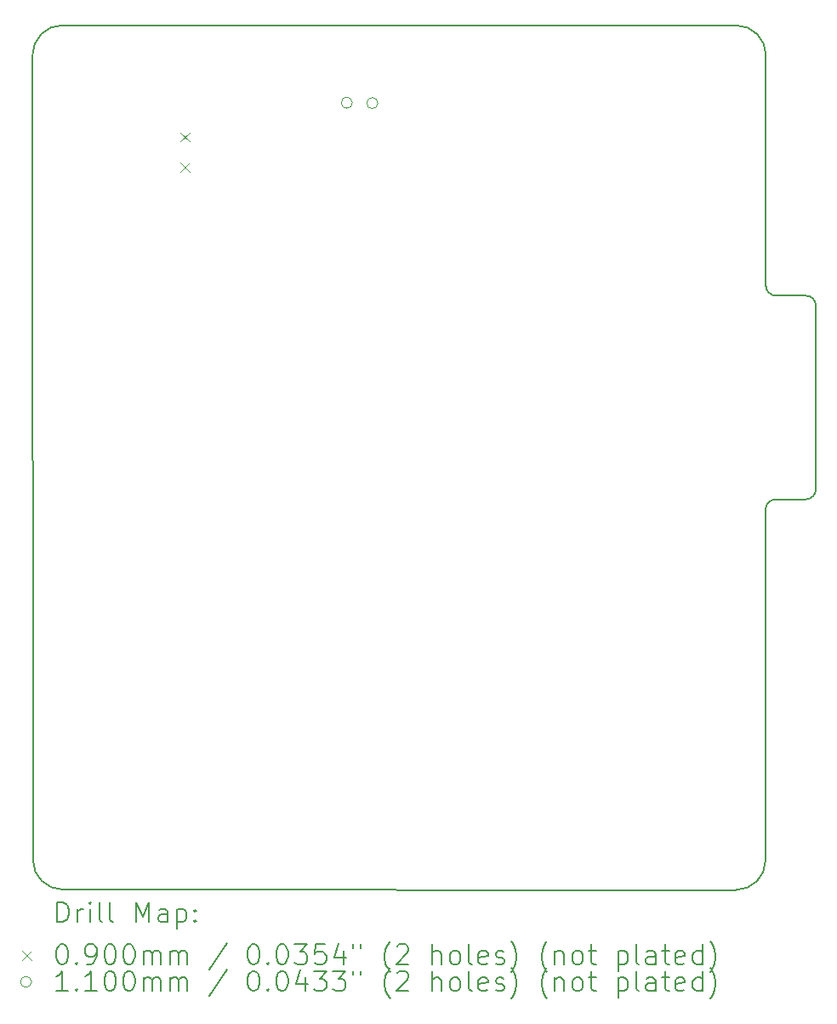
<source format=gbr>
%TF.GenerationSoftware,KiCad,Pcbnew,(6.0.7)*%
%TF.CreationDate,2022-07-29T08:46:01-07:00*%
%TF.ProjectId,SJ-201-R10,534a2d32-3031-42d5-9231-302e6b696361,rev?*%
%TF.SameCoordinates,Original*%
%TF.FileFunction,Drillmap*%
%TF.FilePolarity,Positive*%
%FSLAX45Y45*%
G04 Gerber Fmt 4.5, Leading zero omitted, Abs format (unit mm)*
G04 Created by KiCad (PCBNEW (6.0.7)) date 2022-07-29 08:46:01*
%MOMM*%
%LPD*%
G01*
G04 APERTURE LIST*
%ADD10C,0.200000*%
%ADD11C,0.090000*%
%ADD12C,0.110000*%
G04 APERTURE END LIST*
D10*
X7104683Y37529D02*
X396000Y37529D01*
X102224Y-259262D02*
X105800Y-8266000D01*
X396000Y37529D02*
G75*
G03*
X102224Y-259262I1507J-295283D01*
G01*
X7402299Y-263095D02*
G75*
G03*
X7104683Y37529I-299119J1505D01*
G01*
X105800Y-8266000D02*
G75*
G03*
X403191Y-8559176I295283J2107D01*
G01*
X7398459Y-8268695D02*
X7398000Y-4778000D01*
X403191Y-8559176D02*
X7102292Y-8563095D01*
X7102292Y-8563089D02*
G75*
G03*
X7398459Y-8268695I888J295279D01*
G01*
X7402290Y-2552000D02*
G75*
G03*
X7502292Y-2652000I100000J0D01*
G01*
X7899000Y-2746720D02*
X7899000Y-4578000D01*
X7798459Y-4678000D02*
G75*
G03*
X7899000Y-4578000I271J100270D01*
G01*
X7498000Y-4678000D02*
G75*
G03*
X7398000Y-4778000I0J-100000D01*
G01*
X7899000Y-2746720D02*
G75*
G03*
X7798459Y-2652000I-97630J-2910D01*
G01*
X7798459Y-2652000D02*
X7502292Y-2652000D01*
X7798459Y-4678000D02*
X7498000Y-4678000D01*
X7402292Y-2552000D02*
X7402292Y-263095D01*
D11*
X1577320Y-1029280D02*
X1667320Y-1119280D01*
X1667320Y-1029280D02*
X1577320Y-1119280D01*
X1577320Y-1329280D02*
X1667320Y-1419280D01*
X1667320Y-1329280D02*
X1577320Y-1419280D01*
D12*
X3285000Y-732900D02*
G75*
G03*
X3285000Y-732900I-55000J0D01*
G01*
X3539000Y-736600D02*
G75*
G03*
X3539000Y-736600I-55000J0D01*
G01*
D10*
X349839Y-8883571D02*
X349839Y-8683571D01*
X397458Y-8683571D01*
X426030Y-8693095D01*
X445077Y-8712143D01*
X454601Y-8731190D01*
X464125Y-8769286D01*
X464125Y-8797857D01*
X454601Y-8835952D01*
X445077Y-8855000D01*
X426030Y-8874048D01*
X397458Y-8883571D01*
X349839Y-8883571D01*
X549839Y-8883571D02*
X549839Y-8750238D01*
X549839Y-8788333D02*
X559363Y-8769286D01*
X568887Y-8759762D01*
X587934Y-8750238D01*
X606982Y-8750238D01*
X673649Y-8883571D02*
X673649Y-8750238D01*
X673649Y-8683571D02*
X664125Y-8693095D01*
X673649Y-8702619D01*
X683173Y-8693095D01*
X673649Y-8683571D01*
X673649Y-8702619D01*
X797458Y-8883571D02*
X778411Y-8874048D01*
X768887Y-8855000D01*
X768887Y-8683571D01*
X902220Y-8883571D02*
X883172Y-8874048D01*
X873649Y-8855000D01*
X873649Y-8683571D01*
X1130792Y-8883571D02*
X1130792Y-8683571D01*
X1197458Y-8826429D01*
X1264125Y-8683571D01*
X1264125Y-8883571D01*
X1445077Y-8883571D02*
X1445077Y-8778809D01*
X1435553Y-8759762D01*
X1416506Y-8750238D01*
X1378411Y-8750238D01*
X1359363Y-8759762D01*
X1445077Y-8874048D02*
X1426030Y-8883571D01*
X1378411Y-8883571D01*
X1359363Y-8874048D01*
X1349839Y-8855000D01*
X1349839Y-8835952D01*
X1359363Y-8816905D01*
X1378411Y-8807381D01*
X1426030Y-8807381D01*
X1445077Y-8797857D01*
X1540315Y-8750238D02*
X1540315Y-8950238D01*
X1540315Y-8759762D02*
X1559363Y-8750238D01*
X1597458Y-8750238D01*
X1616506Y-8759762D01*
X1626030Y-8769286D01*
X1635553Y-8788333D01*
X1635553Y-8845476D01*
X1626030Y-8864524D01*
X1616506Y-8874048D01*
X1597458Y-8883571D01*
X1559363Y-8883571D01*
X1540315Y-8874048D01*
X1721268Y-8864524D02*
X1730792Y-8874048D01*
X1721268Y-8883571D01*
X1711744Y-8874048D01*
X1721268Y-8864524D01*
X1721268Y-8883571D01*
X1721268Y-8759762D02*
X1730792Y-8769286D01*
X1721268Y-8778809D01*
X1711744Y-8769286D01*
X1721268Y-8759762D01*
X1721268Y-8778809D01*
D11*
X2220Y-9168095D02*
X92220Y-9258095D01*
X92220Y-9168095D02*
X2220Y-9258095D01*
D10*
X387934Y-9103571D02*
X406982Y-9103571D01*
X426030Y-9113095D01*
X435553Y-9122619D01*
X445077Y-9141667D01*
X454601Y-9179762D01*
X454601Y-9227381D01*
X445077Y-9265476D01*
X435553Y-9284524D01*
X426030Y-9294048D01*
X406982Y-9303571D01*
X387934Y-9303571D01*
X368887Y-9294048D01*
X359363Y-9284524D01*
X349839Y-9265476D01*
X340315Y-9227381D01*
X340315Y-9179762D01*
X349839Y-9141667D01*
X359363Y-9122619D01*
X368887Y-9113095D01*
X387934Y-9103571D01*
X540315Y-9284524D02*
X549839Y-9294048D01*
X540315Y-9303571D01*
X530792Y-9294048D01*
X540315Y-9284524D01*
X540315Y-9303571D01*
X645077Y-9303571D02*
X683173Y-9303571D01*
X702220Y-9294048D01*
X711744Y-9284524D01*
X730792Y-9255952D01*
X740315Y-9217857D01*
X740315Y-9141667D01*
X730792Y-9122619D01*
X721268Y-9113095D01*
X702220Y-9103571D01*
X664125Y-9103571D01*
X645077Y-9113095D01*
X635554Y-9122619D01*
X626030Y-9141667D01*
X626030Y-9189286D01*
X635554Y-9208333D01*
X645077Y-9217857D01*
X664125Y-9227381D01*
X702220Y-9227381D01*
X721268Y-9217857D01*
X730792Y-9208333D01*
X740315Y-9189286D01*
X864125Y-9103571D02*
X883172Y-9103571D01*
X902220Y-9113095D01*
X911744Y-9122619D01*
X921268Y-9141667D01*
X930792Y-9179762D01*
X930792Y-9227381D01*
X921268Y-9265476D01*
X911744Y-9284524D01*
X902220Y-9294048D01*
X883172Y-9303571D01*
X864125Y-9303571D01*
X845077Y-9294048D01*
X835553Y-9284524D01*
X826030Y-9265476D01*
X816506Y-9227381D01*
X816506Y-9179762D01*
X826030Y-9141667D01*
X835553Y-9122619D01*
X845077Y-9113095D01*
X864125Y-9103571D01*
X1054601Y-9103571D02*
X1073649Y-9103571D01*
X1092696Y-9113095D01*
X1102220Y-9122619D01*
X1111744Y-9141667D01*
X1121268Y-9179762D01*
X1121268Y-9227381D01*
X1111744Y-9265476D01*
X1102220Y-9284524D01*
X1092696Y-9294048D01*
X1073649Y-9303571D01*
X1054601Y-9303571D01*
X1035553Y-9294048D01*
X1026030Y-9284524D01*
X1016506Y-9265476D01*
X1006982Y-9227381D01*
X1006982Y-9179762D01*
X1016506Y-9141667D01*
X1026030Y-9122619D01*
X1035553Y-9113095D01*
X1054601Y-9103571D01*
X1206982Y-9303571D02*
X1206982Y-9170238D01*
X1206982Y-9189286D02*
X1216506Y-9179762D01*
X1235554Y-9170238D01*
X1264125Y-9170238D01*
X1283173Y-9179762D01*
X1292696Y-9198809D01*
X1292696Y-9303571D01*
X1292696Y-9198809D02*
X1302220Y-9179762D01*
X1321268Y-9170238D01*
X1349839Y-9170238D01*
X1368887Y-9179762D01*
X1378411Y-9198809D01*
X1378411Y-9303571D01*
X1473649Y-9303571D02*
X1473649Y-9170238D01*
X1473649Y-9189286D02*
X1483172Y-9179762D01*
X1502220Y-9170238D01*
X1530792Y-9170238D01*
X1549839Y-9179762D01*
X1559363Y-9198809D01*
X1559363Y-9303571D01*
X1559363Y-9198809D02*
X1568887Y-9179762D01*
X1587934Y-9170238D01*
X1616506Y-9170238D01*
X1635553Y-9179762D01*
X1645077Y-9198809D01*
X1645077Y-9303571D01*
X2035553Y-9094048D02*
X1864125Y-9351190D01*
X2292696Y-9103571D02*
X2311744Y-9103571D01*
X2330792Y-9113095D01*
X2340315Y-9122619D01*
X2349839Y-9141667D01*
X2359363Y-9179762D01*
X2359363Y-9227381D01*
X2349839Y-9265476D01*
X2340315Y-9284524D01*
X2330792Y-9294048D01*
X2311744Y-9303571D01*
X2292696Y-9303571D01*
X2273649Y-9294048D01*
X2264125Y-9284524D01*
X2254601Y-9265476D01*
X2245077Y-9227381D01*
X2245077Y-9179762D01*
X2254601Y-9141667D01*
X2264125Y-9122619D01*
X2273649Y-9113095D01*
X2292696Y-9103571D01*
X2445077Y-9284524D02*
X2454601Y-9294048D01*
X2445077Y-9303571D01*
X2435554Y-9294048D01*
X2445077Y-9284524D01*
X2445077Y-9303571D01*
X2578411Y-9103571D02*
X2597458Y-9103571D01*
X2616506Y-9113095D01*
X2626030Y-9122619D01*
X2635554Y-9141667D01*
X2645077Y-9179762D01*
X2645077Y-9227381D01*
X2635554Y-9265476D01*
X2626030Y-9284524D01*
X2616506Y-9294048D01*
X2597458Y-9303571D01*
X2578411Y-9303571D01*
X2559363Y-9294048D01*
X2549839Y-9284524D01*
X2540315Y-9265476D01*
X2530792Y-9227381D01*
X2530792Y-9179762D01*
X2540315Y-9141667D01*
X2549839Y-9122619D01*
X2559363Y-9113095D01*
X2578411Y-9103571D01*
X2711744Y-9103571D02*
X2835553Y-9103571D01*
X2768887Y-9179762D01*
X2797458Y-9179762D01*
X2816506Y-9189286D01*
X2826030Y-9198809D01*
X2835553Y-9217857D01*
X2835553Y-9265476D01*
X2826030Y-9284524D01*
X2816506Y-9294048D01*
X2797458Y-9303571D01*
X2740315Y-9303571D01*
X2721268Y-9294048D01*
X2711744Y-9284524D01*
X3016506Y-9103571D02*
X2921268Y-9103571D01*
X2911744Y-9198809D01*
X2921268Y-9189286D01*
X2940315Y-9179762D01*
X2987934Y-9179762D01*
X3006982Y-9189286D01*
X3016506Y-9198809D01*
X3026030Y-9217857D01*
X3026030Y-9265476D01*
X3016506Y-9284524D01*
X3006982Y-9294048D01*
X2987934Y-9303571D01*
X2940315Y-9303571D01*
X2921268Y-9294048D01*
X2911744Y-9284524D01*
X3197458Y-9170238D02*
X3197458Y-9303571D01*
X3149839Y-9094048D02*
X3102220Y-9236905D01*
X3226030Y-9236905D01*
X3292696Y-9103571D02*
X3292696Y-9141667D01*
X3368887Y-9103571D02*
X3368887Y-9141667D01*
X3664125Y-9379762D02*
X3654601Y-9370238D01*
X3635553Y-9341667D01*
X3626030Y-9322619D01*
X3616506Y-9294048D01*
X3606982Y-9246429D01*
X3606982Y-9208333D01*
X3616506Y-9160714D01*
X3626030Y-9132143D01*
X3635553Y-9113095D01*
X3654601Y-9084524D01*
X3664125Y-9075000D01*
X3730792Y-9122619D02*
X3740315Y-9113095D01*
X3759363Y-9103571D01*
X3806982Y-9103571D01*
X3826030Y-9113095D01*
X3835553Y-9122619D01*
X3845077Y-9141667D01*
X3845077Y-9160714D01*
X3835553Y-9189286D01*
X3721268Y-9303571D01*
X3845077Y-9303571D01*
X4083172Y-9303571D02*
X4083172Y-9103571D01*
X4168887Y-9303571D02*
X4168887Y-9198809D01*
X4159363Y-9179762D01*
X4140315Y-9170238D01*
X4111744Y-9170238D01*
X4092696Y-9179762D01*
X4083172Y-9189286D01*
X4292696Y-9303571D02*
X4273649Y-9294048D01*
X4264125Y-9284524D01*
X4254601Y-9265476D01*
X4254601Y-9208333D01*
X4264125Y-9189286D01*
X4273649Y-9179762D01*
X4292696Y-9170238D01*
X4321268Y-9170238D01*
X4340315Y-9179762D01*
X4349839Y-9189286D01*
X4359363Y-9208333D01*
X4359363Y-9265476D01*
X4349839Y-9284524D01*
X4340315Y-9294048D01*
X4321268Y-9303571D01*
X4292696Y-9303571D01*
X4473649Y-9303571D02*
X4454601Y-9294048D01*
X4445077Y-9275000D01*
X4445077Y-9103571D01*
X4626030Y-9294048D02*
X4606982Y-9303571D01*
X4568887Y-9303571D01*
X4549839Y-9294048D01*
X4540315Y-9275000D01*
X4540315Y-9198809D01*
X4549839Y-9179762D01*
X4568887Y-9170238D01*
X4606982Y-9170238D01*
X4626030Y-9179762D01*
X4635554Y-9198809D01*
X4635554Y-9217857D01*
X4540315Y-9236905D01*
X4711744Y-9294048D02*
X4730792Y-9303571D01*
X4768887Y-9303571D01*
X4787934Y-9294048D01*
X4797458Y-9275000D01*
X4797458Y-9265476D01*
X4787934Y-9246429D01*
X4768887Y-9236905D01*
X4740315Y-9236905D01*
X4721268Y-9227381D01*
X4711744Y-9208333D01*
X4711744Y-9198809D01*
X4721268Y-9179762D01*
X4740315Y-9170238D01*
X4768887Y-9170238D01*
X4787934Y-9179762D01*
X4864125Y-9379762D02*
X4873649Y-9370238D01*
X4892696Y-9341667D01*
X4902220Y-9322619D01*
X4911744Y-9294048D01*
X4921268Y-9246429D01*
X4921268Y-9208333D01*
X4911744Y-9160714D01*
X4902220Y-9132143D01*
X4892696Y-9113095D01*
X4873649Y-9084524D01*
X4864125Y-9075000D01*
X5226030Y-9379762D02*
X5216506Y-9370238D01*
X5197458Y-9341667D01*
X5187934Y-9322619D01*
X5178411Y-9294048D01*
X5168887Y-9246429D01*
X5168887Y-9208333D01*
X5178411Y-9160714D01*
X5187934Y-9132143D01*
X5197458Y-9113095D01*
X5216506Y-9084524D01*
X5226030Y-9075000D01*
X5302220Y-9170238D02*
X5302220Y-9303571D01*
X5302220Y-9189286D02*
X5311744Y-9179762D01*
X5330792Y-9170238D01*
X5359363Y-9170238D01*
X5378411Y-9179762D01*
X5387934Y-9198809D01*
X5387934Y-9303571D01*
X5511744Y-9303571D02*
X5492696Y-9294048D01*
X5483173Y-9284524D01*
X5473649Y-9265476D01*
X5473649Y-9208333D01*
X5483173Y-9189286D01*
X5492696Y-9179762D01*
X5511744Y-9170238D01*
X5540315Y-9170238D01*
X5559363Y-9179762D01*
X5568887Y-9189286D01*
X5578411Y-9208333D01*
X5578411Y-9265476D01*
X5568887Y-9284524D01*
X5559363Y-9294048D01*
X5540315Y-9303571D01*
X5511744Y-9303571D01*
X5635553Y-9170238D02*
X5711744Y-9170238D01*
X5664125Y-9103571D02*
X5664125Y-9275000D01*
X5673649Y-9294048D01*
X5692696Y-9303571D01*
X5711744Y-9303571D01*
X5930792Y-9170238D02*
X5930792Y-9370238D01*
X5930792Y-9179762D02*
X5949839Y-9170238D01*
X5987934Y-9170238D01*
X6006982Y-9179762D01*
X6016506Y-9189286D01*
X6026030Y-9208333D01*
X6026030Y-9265476D01*
X6016506Y-9284524D01*
X6006982Y-9294048D01*
X5987934Y-9303571D01*
X5949839Y-9303571D01*
X5930792Y-9294048D01*
X6140315Y-9303571D02*
X6121268Y-9294048D01*
X6111744Y-9275000D01*
X6111744Y-9103571D01*
X6302220Y-9303571D02*
X6302220Y-9198809D01*
X6292696Y-9179762D01*
X6273649Y-9170238D01*
X6235553Y-9170238D01*
X6216506Y-9179762D01*
X6302220Y-9294048D02*
X6283172Y-9303571D01*
X6235553Y-9303571D01*
X6216506Y-9294048D01*
X6206982Y-9275000D01*
X6206982Y-9255952D01*
X6216506Y-9236905D01*
X6235553Y-9227381D01*
X6283172Y-9227381D01*
X6302220Y-9217857D01*
X6368887Y-9170238D02*
X6445077Y-9170238D01*
X6397458Y-9103571D02*
X6397458Y-9275000D01*
X6406982Y-9294048D01*
X6426030Y-9303571D01*
X6445077Y-9303571D01*
X6587934Y-9294048D02*
X6568887Y-9303571D01*
X6530792Y-9303571D01*
X6511744Y-9294048D01*
X6502220Y-9275000D01*
X6502220Y-9198809D01*
X6511744Y-9179762D01*
X6530792Y-9170238D01*
X6568887Y-9170238D01*
X6587934Y-9179762D01*
X6597458Y-9198809D01*
X6597458Y-9217857D01*
X6502220Y-9236905D01*
X6768887Y-9303571D02*
X6768887Y-9103571D01*
X6768887Y-9294048D02*
X6749839Y-9303571D01*
X6711744Y-9303571D01*
X6692696Y-9294048D01*
X6683172Y-9284524D01*
X6673649Y-9265476D01*
X6673649Y-9208333D01*
X6683172Y-9189286D01*
X6692696Y-9179762D01*
X6711744Y-9170238D01*
X6749839Y-9170238D01*
X6768887Y-9179762D01*
X6845077Y-9379762D02*
X6854601Y-9370238D01*
X6873649Y-9341667D01*
X6883172Y-9322619D01*
X6892696Y-9294048D01*
X6902220Y-9246429D01*
X6902220Y-9208333D01*
X6892696Y-9160714D01*
X6883172Y-9132143D01*
X6873649Y-9113095D01*
X6854601Y-9084524D01*
X6845077Y-9075000D01*
D12*
X92220Y-9477095D02*
G75*
G03*
X92220Y-9477095I-55000J0D01*
G01*
D10*
X454601Y-9567571D02*
X340315Y-9567571D01*
X397458Y-9567571D02*
X397458Y-9367571D01*
X378411Y-9396143D01*
X359363Y-9415190D01*
X340315Y-9424714D01*
X540315Y-9548524D02*
X549839Y-9558048D01*
X540315Y-9567571D01*
X530792Y-9558048D01*
X540315Y-9548524D01*
X540315Y-9567571D01*
X740315Y-9567571D02*
X626030Y-9567571D01*
X683173Y-9567571D02*
X683173Y-9367571D01*
X664125Y-9396143D01*
X645077Y-9415190D01*
X626030Y-9424714D01*
X864125Y-9367571D02*
X883172Y-9367571D01*
X902220Y-9377095D01*
X911744Y-9386619D01*
X921268Y-9405667D01*
X930792Y-9443762D01*
X930792Y-9491381D01*
X921268Y-9529476D01*
X911744Y-9548524D01*
X902220Y-9558048D01*
X883172Y-9567571D01*
X864125Y-9567571D01*
X845077Y-9558048D01*
X835553Y-9548524D01*
X826030Y-9529476D01*
X816506Y-9491381D01*
X816506Y-9443762D01*
X826030Y-9405667D01*
X835553Y-9386619D01*
X845077Y-9377095D01*
X864125Y-9367571D01*
X1054601Y-9367571D02*
X1073649Y-9367571D01*
X1092696Y-9377095D01*
X1102220Y-9386619D01*
X1111744Y-9405667D01*
X1121268Y-9443762D01*
X1121268Y-9491381D01*
X1111744Y-9529476D01*
X1102220Y-9548524D01*
X1092696Y-9558048D01*
X1073649Y-9567571D01*
X1054601Y-9567571D01*
X1035553Y-9558048D01*
X1026030Y-9548524D01*
X1016506Y-9529476D01*
X1006982Y-9491381D01*
X1006982Y-9443762D01*
X1016506Y-9405667D01*
X1026030Y-9386619D01*
X1035553Y-9377095D01*
X1054601Y-9367571D01*
X1206982Y-9567571D02*
X1206982Y-9434238D01*
X1206982Y-9453286D02*
X1216506Y-9443762D01*
X1235554Y-9434238D01*
X1264125Y-9434238D01*
X1283173Y-9443762D01*
X1292696Y-9462809D01*
X1292696Y-9567571D01*
X1292696Y-9462809D02*
X1302220Y-9443762D01*
X1321268Y-9434238D01*
X1349839Y-9434238D01*
X1368887Y-9443762D01*
X1378411Y-9462809D01*
X1378411Y-9567571D01*
X1473649Y-9567571D02*
X1473649Y-9434238D01*
X1473649Y-9453286D02*
X1483172Y-9443762D01*
X1502220Y-9434238D01*
X1530792Y-9434238D01*
X1549839Y-9443762D01*
X1559363Y-9462809D01*
X1559363Y-9567571D01*
X1559363Y-9462809D02*
X1568887Y-9443762D01*
X1587934Y-9434238D01*
X1616506Y-9434238D01*
X1635553Y-9443762D01*
X1645077Y-9462809D01*
X1645077Y-9567571D01*
X2035553Y-9358048D02*
X1864125Y-9615190D01*
X2292696Y-9367571D02*
X2311744Y-9367571D01*
X2330792Y-9377095D01*
X2340315Y-9386619D01*
X2349839Y-9405667D01*
X2359363Y-9443762D01*
X2359363Y-9491381D01*
X2349839Y-9529476D01*
X2340315Y-9548524D01*
X2330792Y-9558048D01*
X2311744Y-9567571D01*
X2292696Y-9567571D01*
X2273649Y-9558048D01*
X2264125Y-9548524D01*
X2254601Y-9529476D01*
X2245077Y-9491381D01*
X2245077Y-9443762D01*
X2254601Y-9405667D01*
X2264125Y-9386619D01*
X2273649Y-9377095D01*
X2292696Y-9367571D01*
X2445077Y-9548524D02*
X2454601Y-9558048D01*
X2445077Y-9567571D01*
X2435554Y-9558048D01*
X2445077Y-9548524D01*
X2445077Y-9567571D01*
X2578411Y-9367571D02*
X2597458Y-9367571D01*
X2616506Y-9377095D01*
X2626030Y-9386619D01*
X2635554Y-9405667D01*
X2645077Y-9443762D01*
X2645077Y-9491381D01*
X2635554Y-9529476D01*
X2626030Y-9548524D01*
X2616506Y-9558048D01*
X2597458Y-9567571D01*
X2578411Y-9567571D01*
X2559363Y-9558048D01*
X2549839Y-9548524D01*
X2540315Y-9529476D01*
X2530792Y-9491381D01*
X2530792Y-9443762D01*
X2540315Y-9405667D01*
X2549839Y-9386619D01*
X2559363Y-9377095D01*
X2578411Y-9367571D01*
X2816506Y-9434238D02*
X2816506Y-9567571D01*
X2768887Y-9358048D02*
X2721268Y-9500905D01*
X2845077Y-9500905D01*
X2902220Y-9367571D02*
X3026030Y-9367571D01*
X2959363Y-9443762D01*
X2987934Y-9443762D01*
X3006982Y-9453286D01*
X3016506Y-9462809D01*
X3026030Y-9481857D01*
X3026030Y-9529476D01*
X3016506Y-9548524D01*
X3006982Y-9558048D01*
X2987934Y-9567571D01*
X2930792Y-9567571D01*
X2911744Y-9558048D01*
X2902220Y-9548524D01*
X3092696Y-9367571D02*
X3216506Y-9367571D01*
X3149839Y-9443762D01*
X3178411Y-9443762D01*
X3197458Y-9453286D01*
X3206982Y-9462809D01*
X3216506Y-9481857D01*
X3216506Y-9529476D01*
X3206982Y-9548524D01*
X3197458Y-9558048D01*
X3178411Y-9567571D01*
X3121268Y-9567571D01*
X3102220Y-9558048D01*
X3092696Y-9548524D01*
X3292696Y-9367571D02*
X3292696Y-9405667D01*
X3368887Y-9367571D02*
X3368887Y-9405667D01*
X3664125Y-9643762D02*
X3654601Y-9634238D01*
X3635553Y-9605667D01*
X3626030Y-9586619D01*
X3616506Y-9558048D01*
X3606982Y-9510429D01*
X3606982Y-9472333D01*
X3616506Y-9424714D01*
X3626030Y-9396143D01*
X3635553Y-9377095D01*
X3654601Y-9348524D01*
X3664125Y-9339000D01*
X3730792Y-9386619D02*
X3740315Y-9377095D01*
X3759363Y-9367571D01*
X3806982Y-9367571D01*
X3826030Y-9377095D01*
X3835553Y-9386619D01*
X3845077Y-9405667D01*
X3845077Y-9424714D01*
X3835553Y-9453286D01*
X3721268Y-9567571D01*
X3845077Y-9567571D01*
X4083172Y-9567571D02*
X4083172Y-9367571D01*
X4168887Y-9567571D02*
X4168887Y-9462809D01*
X4159363Y-9443762D01*
X4140315Y-9434238D01*
X4111744Y-9434238D01*
X4092696Y-9443762D01*
X4083172Y-9453286D01*
X4292696Y-9567571D02*
X4273649Y-9558048D01*
X4264125Y-9548524D01*
X4254601Y-9529476D01*
X4254601Y-9472333D01*
X4264125Y-9453286D01*
X4273649Y-9443762D01*
X4292696Y-9434238D01*
X4321268Y-9434238D01*
X4340315Y-9443762D01*
X4349839Y-9453286D01*
X4359363Y-9472333D01*
X4359363Y-9529476D01*
X4349839Y-9548524D01*
X4340315Y-9558048D01*
X4321268Y-9567571D01*
X4292696Y-9567571D01*
X4473649Y-9567571D02*
X4454601Y-9558048D01*
X4445077Y-9539000D01*
X4445077Y-9367571D01*
X4626030Y-9558048D02*
X4606982Y-9567571D01*
X4568887Y-9567571D01*
X4549839Y-9558048D01*
X4540315Y-9539000D01*
X4540315Y-9462809D01*
X4549839Y-9443762D01*
X4568887Y-9434238D01*
X4606982Y-9434238D01*
X4626030Y-9443762D01*
X4635554Y-9462809D01*
X4635554Y-9481857D01*
X4540315Y-9500905D01*
X4711744Y-9558048D02*
X4730792Y-9567571D01*
X4768887Y-9567571D01*
X4787934Y-9558048D01*
X4797458Y-9539000D01*
X4797458Y-9529476D01*
X4787934Y-9510429D01*
X4768887Y-9500905D01*
X4740315Y-9500905D01*
X4721268Y-9491381D01*
X4711744Y-9472333D01*
X4711744Y-9462809D01*
X4721268Y-9443762D01*
X4740315Y-9434238D01*
X4768887Y-9434238D01*
X4787934Y-9443762D01*
X4864125Y-9643762D02*
X4873649Y-9634238D01*
X4892696Y-9605667D01*
X4902220Y-9586619D01*
X4911744Y-9558048D01*
X4921268Y-9510429D01*
X4921268Y-9472333D01*
X4911744Y-9424714D01*
X4902220Y-9396143D01*
X4892696Y-9377095D01*
X4873649Y-9348524D01*
X4864125Y-9339000D01*
X5226030Y-9643762D02*
X5216506Y-9634238D01*
X5197458Y-9605667D01*
X5187934Y-9586619D01*
X5178411Y-9558048D01*
X5168887Y-9510429D01*
X5168887Y-9472333D01*
X5178411Y-9424714D01*
X5187934Y-9396143D01*
X5197458Y-9377095D01*
X5216506Y-9348524D01*
X5226030Y-9339000D01*
X5302220Y-9434238D02*
X5302220Y-9567571D01*
X5302220Y-9453286D02*
X5311744Y-9443762D01*
X5330792Y-9434238D01*
X5359363Y-9434238D01*
X5378411Y-9443762D01*
X5387934Y-9462809D01*
X5387934Y-9567571D01*
X5511744Y-9567571D02*
X5492696Y-9558048D01*
X5483173Y-9548524D01*
X5473649Y-9529476D01*
X5473649Y-9472333D01*
X5483173Y-9453286D01*
X5492696Y-9443762D01*
X5511744Y-9434238D01*
X5540315Y-9434238D01*
X5559363Y-9443762D01*
X5568887Y-9453286D01*
X5578411Y-9472333D01*
X5578411Y-9529476D01*
X5568887Y-9548524D01*
X5559363Y-9558048D01*
X5540315Y-9567571D01*
X5511744Y-9567571D01*
X5635553Y-9434238D02*
X5711744Y-9434238D01*
X5664125Y-9367571D02*
X5664125Y-9539000D01*
X5673649Y-9558048D01*
X5692696Y-9567571D01*
X5711744Y-9567571D01*
X5930792Y-9434238D02*
X5930792Y-9634238D01*
X5930792Y-9443762D02*
X5949839Y-9434238D01*
X5987934Y-9434238D01*
X6006982Y-9443762D01*
X6016506Y-9453286D01*
X6026030Y-9472333D01*
X6026030Y-9529476D01*
X6016506Y-9548524D01*
X6006982Y-9558048D01*
X5987934Y-9567571D01*
X5949839Y-9567571D01*
X5930792Y-9558048D01*
X6140315Y-9567571D02*
X6121268Y-9558048D01*
X6111744Y-9539000D01*
X6111744Y-9367571D01*
X6302220Y-9567571D02*
X6302220Y-9462809D01*
X6292696Y-9443762D01*
X6273649Y-9434238D01*
X6235553Y-9434238D01*
X6216506Y-9443762D01*
X6302220Y-9558048D02*
X6283172Y-9567571D01*
X6235553Y-9567571D01*
X6216506Y-9558048D01*
X6206982Y-9539000D01*
X6206982Y-9519952D01*
X6216506Y-9500905D01*
X6235553Y-9491381D01*
X6283172Y-9491381D01*
X6302220Y-9481857D01*
X6368887Y-9434238D02*
X6445077Y-9434238D01*
X6397458Y-9367571D02*
X6397458Y-9539000D01*
X6406982Y-9558048D01*
X6426030Y-9567571D01*
X6445077Y-9567571D01*
X6587934Y-9558048D02*
X6568887Y-9567571D01*
X6530792Y-9567571D01*
X6511744Y-9558048D01*
X6502220Y-9539000D01*
X6502220Y-9462809D01*
X6511744Y-9443762D01*
X6530792Y-9434238D01*
X6568887Y-9434238D01*
X6587934Y-9443762D01*
X6597458Y-9462809D01*
X6597458Y-9481857D01*
X6502220Y-9500905D01*
X6768887Y-9567571D02*
X6768887Y-9367571D01*
X6768887Y-9558048D02*
X6749839Y-9567571D01*
X6711744Y-9567571D01*
X6692696Y-9558048D01*
X6683172Y-9548524D01*
X6673649Y-9529476D01*
X6673649Y-9472333D01*
X6683172Y-9453286D01*
X6692696Y-9443762D01*
X6711744Y-9434238D01*
X6749839Y-9434238D01*
X6768887Y-9443762D01*
X6845077Y-9643762D02*
X6854601Y-9634238D01*
X6873649Y-9605667D01*
X6883172Y-9586619D01*
X6892696Y-9558048D01*
X6902220Y-9510429D01*
X6902220Y-9472333D01*
X6892696Y-9424714D01*
X6883172Y-9396143D01*
X6873649Y-9377095D01*
X6854601Y-9348524D01*
X6845077Y-9339000D01*
M02*

</source>
